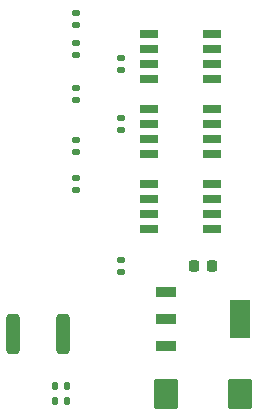
<source format=gtp>
%TF.GenerationSoftware,KiCad,Pcbnew,(6.0.1)*%
%TF.CreationDate,2022-02-24T09:20:58+01:00*%
%TF.ProjectId,RC-MultiSwitcher,52432d4d-756c-4746-9953-776974636865,rev?*%
%TF.SameCoordinates,Original*%
%TF.FileFunction,Paste,Top*%
%TF.FilePolarity,Positive*%
%FSLAX46Y46*%
G04 Gerber Fmt 4.6, Leading zero omitted, Abs format (unit mm)*
G04 Created by KiCad (PCBNEW (6.0.1)) date 2022-02-24 09:20:58*
%MOMM*%
%LPD*%
G01*
G04 APERTURE LIST*
G04 Aperture macros list*
%AMRoundRect*
0 Rectangle with rounded corners*
0 $1 Rounding radius*
0 $2 $3 $4 $5 $6 $7 $8 $9 X,Y pos of 4 corners*
0 Add a 4 corners polygon primitive as box body*
4,1,4,$2,$3,$4,$5,$6,$7,$8,$9,$2,$3,0*
0 Add four circle primitives for the rounded corners*
1,1,$1+$1,$2,$3*
1,1,$1+$1,$4,$5*
1,1,$1+$1,$6,$7*
1,1,$1+$1,$8,$9*
0 Add four rect primitives between the rounded corners*
20,1,$1+$1,$2,$3,$4,$5,0*
20,1,$1+$1,$4,$5,$6,$7,0*
20,1,$1+$1,$6,$7,$8,$9,0*
20,1,$1+$1,$8,$9,$2,$3,0*%
G04 Aperture macros list end*
%ADD10RoundRect,0.135000X-0.185000X0.135000X-0.185000X-0.135000X0.185000X-0.135000X0.185000X0.135000X0*%
%ADD11RoundRect,0.250000X-0.312500X-1.450000X0.312500X-1.450000X0.312500X1.450000X-0.312500X1.450000X0*%
%ADD12RoundRect,0.225000X-0.225000X-0.250000X0.225000X-0.250000X0.225000X0.250000X-0.225000X0.250000X0*%
%ADD13R,1.500000X0.650000*%
%ADD14RoundRect,0.135000X0.185000X-0.135000X0.185000X0.135000X-0.185000X0.135000X-0.185000X-0.135000X0*%
%ADD15RoundRect,0.135000X-0.135000X-0.185000X0.135000X-0.185000X0.135000X0.185000X-0.135000X0.185000X0*%
%ADD16R,1.750000X0.950000*%
%ADD17R,1.750000X3.200000*%
%ADD18RoundRect,0.250000X-0.787500X-1.025000X0.787500X-1.025000X0.787500X1.025000X-0.787500X1.025000X0*%
G04 APERTURE END LIST*
D10*
X142240000Y-75055000D03*
X142240000Y-76075000D03*
D11*
X133117500Y-98425000D03*
X137392500Y-98425000D03*
D10*
X138430000Y-71245000D03*
X138430000Y-72265000D03*
D12*
X148450000Y-92710000D03*
X150000000Y-92710000D03*
D13*
X144620000Y-85725000D03*
X144620000Y-86995000D03*
X144620000Y-88265000D03*
X144620000Y-89535000D03*
X150020000Y-89535000D03*
X150020000Y-88265000D03*
X150020000Y-86995000D03*
X150020000Y-85725000D03*
D10*
X138430000Y-77595000D03*
X138430000Y-78615000D03*
D14*
X142240000Y-81155000D03*
X142240000Y-80135000D03*
X142240000Y-93220000D03*
X142240000Y-92200000D03*
D15*
X136650000Y-102870000D03*
X137670000Y-102870000D03*
D13*
X144620000Y-79375000D03*
X144620000Y-80645000D03*
X144620000Y-81915000D03*
X144620000Y-83185000D03*
X150020000Y-83185000D03*
X150020000Y-81915000D03*
X150020000Y-80645000D03*
X150020000Y-79375000D03*
D15*
X136650000Y-104140000D03*
X137670000Y-104140000D03*
D16*
X146075000Y-94855000D03*
X146075000Y-97155000D03*
X146075000Y-99455000D03*
D17*
X152375000Y-97155000D03*
D13*
X144620000Y-73025000D03*
X144620000Y-74295000D03*
X144620000Y-75565000D03*
X144620000Y-76835000D03*
X150020000Y-76835000D03*
X150020000Y-75565000D03*
X150020000Y-74295000D03*
X150020000Y-73025000D03*
D18*
X146112500Y-103505000D03*
X152337500Y-103505000D03*
D14*
X138430000Y-83060000D03*
X138430000Y-82040000D03*
X138430000Y-86235000D03*
X138430000Y-85215000D03*
X138430000Y-74805000D03*
X138430000Y-73785000D03*
M02*

</source>
